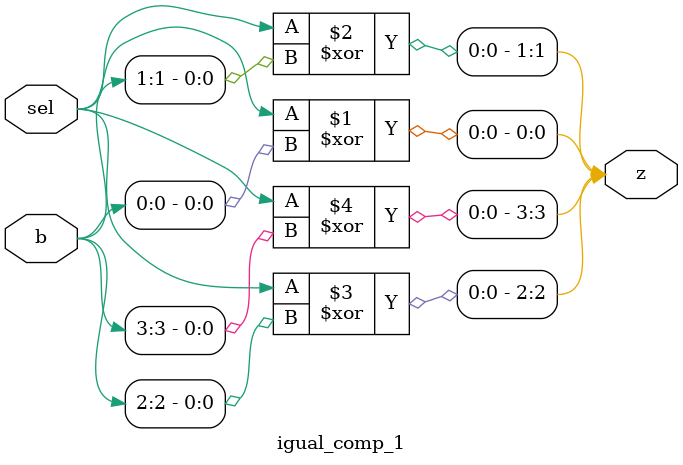
<source format=v>

module igual_comp_1(z,sel,b);
	
	input [3:0] b;
	input sel;
	output [3:0] z;
	
	assign z[0] = sel ^ b[0];
	assign z[1] = sel ^ b[1];
	assign z[2] = sel ^ b[2];
	assign z[3] = sel ^ b[3];

endmodule 
</source>
